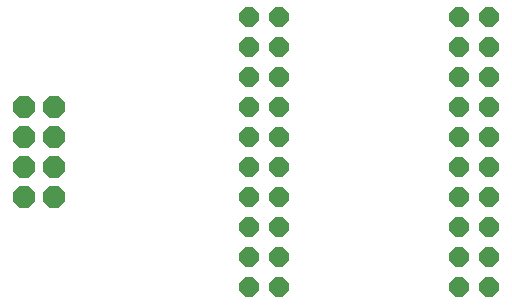
<source format=gbr>
G04 EAGLE Gerber RS-274X export*
G75*
%MOMM*%
%FSLAX34Y34*%
%LPD*%
%INSoldermask Bottom*%
%IPPOS*%
%AMOC8*
5,1,8,0,0,1.08239X$1,22.5*%
G01*
%ADD10P,2.034460X8X112.500000*%
%ADD11P,1.759533X8X292.500000*%


D10*
X127000Y355600D03*
X101600Y355600D03*
X127000Y381000D03*
X101600Y381000D03*
X127000Y406400D03*
X101600Y406400D03*
X127000Y431800D03*
X101600Y431800D03*
D11*
X292100Y508000D03*
X317500Y508000D03*
X292100Y482600D03*
X317500Y482600D03*
X292100Y457200D03*
X317500Y457200D03*
X292100Y431800D03*
X317500Y431800D03*
X292100Y406400D03*
X317500Y406400D03*
X292100Y381000D03*
X317500Y381000D03*
X292100Y355600D03*
X317500Y355600D03*
X292100Y330200D03*
X317500Y330200D03*
X292100Y304800D03*
X317500Y304800D03*
X292100Y279400D03*
X317500Y279400D03*
X469900Y508000D03*
X495300Y508000D03*
X469900Y482600D03*
X495300Y482600D03*
X469900Y457200D03*
X495300Y457200D03*
X469900Y431800D03*
X495300Y431800D03*
X469900Y406400D03*
X495300Y406400D03*
X469900Y381000D03*
X495300Y381000D03*
X469900Y355600D03*
X495300Y355600D03*
X469900Y330200D03*
X495300Y330200D03*
X469900Y304800D03*
X495300Y304800D03*
X469900Y279400D03*
X495300Y279400D03*
M02*

</source>
